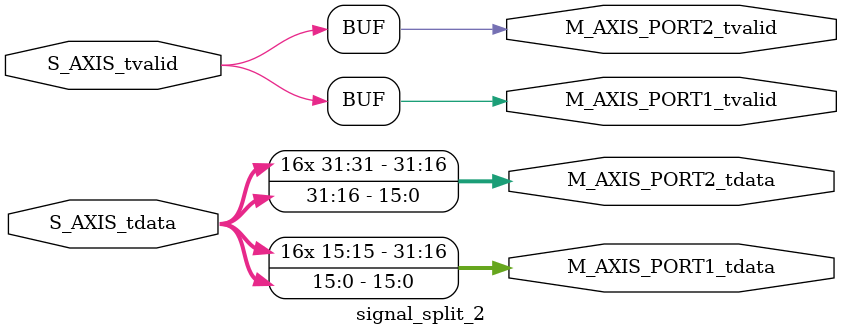
<source format=v>
`timescale 1ns / 1ps


module signal_split_2 # 
(
    parameter ADC_DATA_WIDTH = 16,
    parameter AXIS_TDATA_WIDTH = 32
)
(
    (* X_INTERFACE_PARAMETER = "FREQ_HZ 125000000" *)
    input [AXIS_TDATA_WIDTH-1:0]        S_AXIS_tdata,
    input                               S_AXIS_tvalid,
    (* X_INTERFACE_PARAMETER = "FREQ_HZ 125000000" *)
    output wire [AXIS_TDATA_WIDTH-1:0]  M_AXIS_PORT1_tdata,
    output wire                         M_AXIS_PORT1_tvalid,
    (* X_INTERFACE_PARAMETER = "FREQ_HZ 125000000" *)
    output wire [AXIS_TDATA_WIDTH-1:0]  M_AXIS_PORT2_tdata,
    output wire                         M_AXIS_PORT2_tvalid
);
        
    assign M_AXIS_PORT1_tdata = {{(AXIS_TDATA_WIDTH-ADC_DATA_WIDTH+1){S_AXIS_tdata[ADC_DATA_WIDTH-1]}},S_AXIS_tdata[ADC_DATA_WIDTH-1:0]};
    assign M_AXIS_PORT2_tdata = {{(AXIS_TDATA_WIDTH-ADC_DATA_WIDTH+1){S_AXIS_tdata[AXIS_TDATA_WIDTH-1]}},S_AXIS_tdata[AXIS_TDATA_WIDTH-1:ADC_DATA_WIDTH]};
    assign M_AXIS_PORT1_tvalid = S_AXIS_tvalid;
    assign M_AXIS_PORT2_tvalid = S_AXIS_tvalid;


endmodule
</source>
